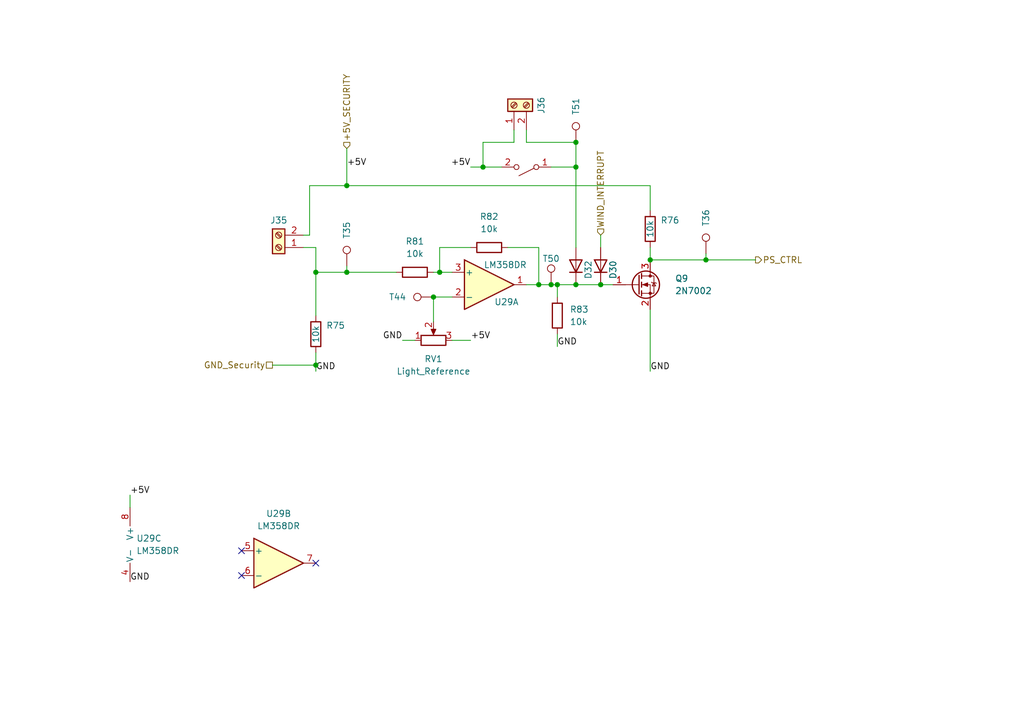
<source format=kicad_sch>
(kicad_sch (version 20231120) (generator "eeschema") (generator_version "8.0")
  (paper "A5")
  (title_block (date "2024-04-17") (rev "1.0"))
  (lib_symbols
    (symbol "Amplifier_Operational:LM358" (pin_names (offset 0.127))
      (property "Reference" "U" (at 0 5.08 0))
      (property "Value" "LM358" (at 0 -5.08 0))
      (symbol "LM358_1_1"
        (polyline (pts (xy -5.08 5.08) (xy 5.08 0) (xy -5.08 -5.08) (xy -5.08 5.08)) (stroke (width 0.254)) (fill (type background)))
        (pin output line (at 7.62 0 180) (length 2.54) (name "~") (number "1"))
        (pin input line (at -7.62 -2.54 0) (length 2.54) (name "-") (number "2"))
        (pin input line (at -7.62 2.54 0) (length 2.54) (name "+") (number "3"))
      )
      (symbol "LM358_2_1"
        (polyline (pts (xy -5.08 5.08) (xy 5.08 0) (xy -5.08 -5.08) (xy -5.08 5.08)) (stroke (width 0.254)) (fill (type background)))
        (pin input line (at -7.62 2.54 0) (length 2.54) (name "+") (number "5"))
        (pin input line (at -7.62 -2.54 0) (length 2.54) (name "-") (number "6"))
        (pin output line (at 7.62 0 180) (length 2.54) (name "~") (number "7"))
      )
      (symbol "LM358_3_1"
        (pin power_in line (at -2.54 -7.62 90) (length 3.81) (name "V-") (number "4"))
        (pin power_in line (at -2.54 7.62 270) (length 3.81) (name "V+") (number "8"))
      )
    )
    (symbol "Connector:Screw_Terminal_01x02" (pin_names (offset 1.016) hide)
      (property "Reference" "J" (at 0 2.54 0))
      (property "Value" "Screw_Terminal_01x02" (at 0 -5.08 0))
      (symbol "Screw_Terminal_01x02_1_1"
        (rectangle (start -1.27 1.27) (end 1.27 -3.81) (stroke (width 0.254)) (fill (type background)))
        (circle (center 0 -2.54) (radius 0.635) (stroke (width 0.1524)))
        (polyline (pts (xy -0.5334 -2.2098) (xy 0.3302 -3.048)) (stroke (width 0.1524)))
        (polyline (pts (xy -0.5334 0.3302) (xy 0.3302 -0.508)) (stroke (width 0.1524)))
        (polyline (pts (xy -0.3556 -2.032) (xy 0.508 -2.8702)) (stroke (width 0.1524)))
        (polyline (pts (xy -0.3556 0.508) (xy 0.508 -0.3302)) (stroke (width 0.1524)))
        (circle (center 0 0) (radius 0.635) (stroke (width 0.1524)))
        (pin passive line (at -5.08 0 0) (length 3.81) (name "Pin_1") (number "1"))
        (pin passive line (at -5.08 -2.54 0) (length 3.81) (name "Pin_2") (number "2"))
      )
    )
    (symbol "Connector:TestPoint" (pin_numbers hide) (pin_names (offset 0.762) hide)
      (property "Reference" "TP" (at 0 6.858 0))
      (property "Value" "TestPoint" (at 0 5.08 0))
      (symbol "TestPoint_0_1"
        (circle (center 0 3.302) (radius 0.762))
      )
      (symbol "TestPoint_1_1"
        (pin passive line (at 0 0 90) (length 2.54) (name "1") (number "1"))
      )
    )
    (symbol "Device:R" (pin_numbers hide) (pin_names (offset 0))
      (property "Reference" "R" (at 2.032 0 90))
      (property "Value" "R" (at 0 0 90))
      (symbol "R_0_1"
        (rectangle (start -1.016 -2.54) (end 1.016 2.54) (stroke (width 0.254)))
      )
      (symbol "R_1_1"
        (pin passive line (at 0 3.81 270) (length 1.27) (name "~") (number "1"))
        (pin passive line (at 0 -3.81 90) (length 1.27) (name "~") (number "2"))
      )
    )
    (symbol "Device:R_Potentiometer" (pin_names (offset 1.016) hide)
      (property "Reference" "RV" (at -4.445 0 90))
      (property "Value" "R_Potentiometer" (at -2.54 0 90))
      (symbol "R_Potentiometer_0_1"
        (polyline (pts (xy 2.54 0) (xy 1.524 0)))
        (polyline (pts (xy 1.143 0) (xy 2.286 0.508) (xy 2.286 -0.508) (xy 1.143 0)) (fill (type outline)))
        (rectangle (start 1.016 2.54) (end -1.016 -2.54) (stroke (width 0.254)))
      )
      (symbol "R_Potentiometer_1_1"
        (pin passive line (at 0 3.81 270) (length 1.27) (name "1") (number "1"))
        (pin passive line (at 3.81 0 180) (length 1.27) (name "2") (number "2"))
        (pin passive line (at 0 -3.81 90) (length 1.27) (name "3") (number "3"))
      )
    )
    (symbol "Diode:1N4148" (pin_numbers hide) (pin_names hide)
      (property "Reference" "D" (at 0 2.54 0))
      (property "Value" "1N4148" (at 0 -2.54 0))
      (symbol "1N4148_0_1"
        (polyline (pts (xy -1.27 1.27) (xy -1.27 -1.27)) (stroke (width 0.254)))
        (polyline (pts (xy 1.27 0) (xy -1.27 0)))
        (polyline (pts (xy 1.27 1.27) (xy 1.27 -1.27) (xy -1.27 0) (xy 1.27 1.27)) (stroke (width 0.254)))
      )
      (symbol "1N4148_1_1"
        (pin passive line (at -3.81 0 0) (length 2.54) (name "K") (number "1"))
        (pin passive line (at 3.81 0 180) (length 2.54) (name "A") (number "2"))
      )
    )
    (symbol "Switch:SW_DPST_x2" (pin_names (offset 0) hide)
      (property "Reference" "SW" (at 0 3.175 0))
      (property "Value" "SW_DPST_x2" (at 0 -2.54 0))
      (symbol "SW_DPST_x2_0_0"
        (circle (center -2.032 0) (radius 0.508))
        (polyline (pts (xy -1.524 0.254) (xy 1.524 1.778)))
        (circle (center 2.032 0) (radius 0.508))
      )
      (symbol "SW_DPST_x2_1_1"
        (pin passive line (at -5.08 0 0) (length 2.54) (name "A") (number "1"))
        (pin passive line (at 5.08 0 180) (length 2.54) (name "B") (number "2"))
      )
      (symbol "SW_DPST_x2_2_1"
        (pin passive line (at -5.08 0 0) (length 2.54) (name "A") (number "3"))
        (pin passive line (at 5.08 0 180) (length 2.54) (name "B") (number "4"))
      )
    )
    (symbol "Transistor_FET:2N7002" (pin_names hide)
      (property "Reference" "Q" (at 5.08 1.905 0))
      (property "Value" "2N7002" (at 5.08 0 0))
      (symbol "2N7002_0_1"
        (polyline (pts (xy 0.254 0) (xy -2.54 0)))
        (polyline (pts (xy 0.254 1.905) (xy 0.254 -1.905)) (stroke (width 0.254)))
        (polyline (pts (xy 0.762 -1.27) (xy 0.762 -2.286)) (stroke (width 0.254)))
        (polyline (pts (xy 0.762 0.508) (xy 0.762 -0.508)) (stroke (width 0.254)))
        (polyline (pts (xy 0.762 2.286) (xy 0.762 1.27)) (stroke (width 0.254)))
        (polyline (pts (xy 2.54 2.54) (xy 2.54 1.778)))
        (polyline (pts (xy 2.54 -2.54) (xy 2.54 0) (xy 0.762 0)))
        (polyline (pts (xy 0.762 -1.778) (xy 3.302 -1.778) (xy 3.302 1.778) (xy 0.762 1.778)))
        (polyline (pts (xy 1.016 0) (xy 2.032 0.381) (xy 2.032 -0.381) (xy 1.016 0)) (fill (type outline)))
        (polyline (pts (xy 2.794 0.508) (xy 2.921 0.381) (xy 3.683 0.381) (xy 3.81 0.254)))
        (polyline (pts (xy 3.302 0.381) (xy 2.921 -0.254) (xy 3.683 -0.254) (xy 3.302 0.381)))
        (circle (center 1.651 0) (radius 2.794) (stroke (width 0.254)))
        (circle (center 2.54 -1.778) (radius 0.254) (fill (type outline)))
        (circle (center 2.54 1.778) (radius 0.254) (fill (type outline)))
      )
      (symbol "2N7002_1_1"
        (pin input line (at -5.08 0 0) (length 2.54) (name "G") (number "1"))
        (pin passive line (at 2.54 -5.08 90) (length 2.54) (name "S") (number "2"))
        (pin passive line (at 2.54 5.08 270) (length 2.54) (name "D") (number "3"))
      )
    )
  )
  (junction (at 64.77 74.93))
  (junction (at 123.19 58.42))
  (junction (at 99.06 34.29))
  (junction (at 118.11 29.21))
  (junction (at 118.11 34.29))
  (junction (at 144.78 53.34))
  (junction (at 90.17 55.88))
  (junction (at 113.03 58.42))
  (junction (at 71.12 38.1))
  (junction (at 118.11 58.42))
  (junction (at 71.12 55.88))
  (junction (at 114.3 58.42))
  (junction (at 133.35 53.34))
  (junction (at 110.49 58.42))
  (junction (at 88.9 60.96))
  (junction (at 64.77 55.88))
  (no_connect (at 49.53 113.03))
  (no_connect (at 64.77 115.57))
  (no_connect (at 49.53 118.11))
  (wire (pts (xy 114.3 60.96) (xy 114.3 58.42)))
  (wire (pts (xy 96.52 50.8) (xy 90.17 50.8)))
  (wire (pts (xy 88.9 55.88) (xy 90.17 55.88)))
  (wire (pts (xy 144.78 52.07) (xy 144.78 53.34)))
  (wire (pts (xy 88.9 60.96) (xy 92.71 60.96)))
  (wire (pts (xy 107.95 29.21) (xy 118.11 29.21)))
  (wire (pts (xy 114.3 58.42) (xy 118.11 58.42)))
  (wire (pts (xy 63.5 38.1) (xy 63.5 48.26)))
  (wire (pts (xy 113.03 58.42) (xy 114.3 58.42)))
  (wire (pts (xy 63.5 48.26) (xy 62.23 48.26)))
  (wire (pts (xy 118.11 34.29) (xy 113.03 34.29)))
  (wire (pts (xy 118.11 34.29) (xy 118.11 50.8)))
  (wire (pts (xy 88.9 66.04) (xy 88.9 60.96)))
  (wire (pts (xy 144.78 53.34) (xy 154.94 53.34)))
  (wire (pts (xy 64.77 55.88) (xy 71.12 55.88)))
  (wire (pts (xy 64.77 72.39) (xy 64.77 74.93)))
  (wire (pts (xy 118.11 29.21) (xy 118.11 34.29)))
  (wire (pts (xy 26.67 101.6) (xy 26.67 104.14)))
  (wire (pts (xy 133.35 38.1) (xy 71.12 38.1)))
  (wire (pts (xy 104.14 50.8) (xy 110.49 50.8)))
  (wire (pts (xy 92.71 69.85) (xy 96.52 69.85)))
  (wire (pts (xy 107.95 58.42) (xy 110.49 58.42)))
  (wire (pts (xy 90.17 50.8) (xy 90.17 55.88)))
  (wire (pts (xy 105.41 29.21) (xy 99.06 29.21)))
  (wire (pts (xy 118.11 58.42) (xy 123.19 58.42)))
  (wire (pts (xy 99.06 29.21) (xy 99.06 34.29)))
  (wire (pts (xy 63.5 38.1) (xy 71.12 38.1)))
  (wire (pts (xy 64.77 74.93) (xy 64.77 76.2)))
  (wire (pts (xy 110.49 58.42) (xy 113.03 58.42)))
  (wire (pts (xy 123.19 48.26) (xy 123.19 50.8)))
  (wire (pts (xy 64.77 50.8) (xy 64.77 55.88)))
  (wire (pts (xy 71.12 55.88) (xy 71.12 54.61)))
  (wire (pts (xy 99.06 34.29) (xy 102.87 34.29)))
  (wire (pts (xy 82.55 69.85) (xy 85.09 69.85)))
  (wire (pts (xy 114.3 68.58) (xy 114.3 71.12)))
  (wire (pts (xy 107.95 26.67) (xy 107.95 29.21)))
  (wire (pts (xy 96.52 34.29) (xy 99.06 34.29)))
  (wire (pts (xy 71.12 38.1) (xy 71.12 30.48)))
  (wire (pts (xy 110.49 50.8) (xy 110.49 58.42)))
  (wire (pts (xy 133.35 53.34) (xy 144.78 53.34)))
  (wire (pts (xy 105.41 26.67) (xy 105.41 29.21)))
  (wire (pts (xy 133.35 50.8) (xy 133.35 53.34)))
  (wire (pts (xy 133.35 43.18) (xy 133.35 38.1)))
  (wire (pts (xy 125.73 58.42) (xy 123.19 58.42)))
  (wire (pts (xy 64.77 55.88) (xy 64.77 64.77)))
  (wire (pts (xy 71.12 55.88) (xy 81.28 55.88)))
  (wire (pts (xy 133.35 63.5) (xy 133.35 76.2)))
  (wire (pts (xy 55.88 74.93) (xy 64.77 74.93)))
  (wire (pts (xy 62.23 50.8) (xy 64.77 50.8)))
  (wire (pts (xy 90.17 55.88) (xy 92.71 55.88)))
  (label "GND" (at 26.67 119.38 0))
  (label "+5V" (at 26.67 101.6 0))
  (label "GND" (at 114.3 71.12 0))
  (label "GND" (at 133.35 76.2 0))
  (label "+5V" (at 96.52 34.29 180))
  (label "+5V" (at 96.52 69.85 0))
  (label "GND" (at 82.55 69.85 180))
  (label "GND" (at 64.77 76.2 0))
  (label "+5V" (at 71.12 34.29 0))
  (hierarchical_label "+5V_SECURITY" (shape input) (at 71.12 30.48 90))
  (hierarchical_label "PS_CTRL" (shape output) (at 154.94 53.34 0))
  (hierarchical_label "GND_Security" (shape passive) (at 55.88 74.93 180))
  (hierarchical_label "WIND_INTERRUPT" (shape input) (at 123.19 48.26 90))
  (symbol (lib_id "Connector:TestPoint") (at 71.12 54.61 0) (unit 1)
    (property "Reference" "T35" (at 71.12 47.244 90))
    (property "Value" "TP" (effects (hide yes)))
    (property "Footprint" "TestPoint:TestPoint_Pad_D1.0mm" (effects (hide yes)))
    (property "Description" "test point" (effects (hide yes)))
  )
  (symbol (lib_id "Device:R") (at 64.77 68.58 180) (unit 1)
    (property "Reference" "R75" (at 68.834 66.802 0))
    (property "Value" "10k" (at 64.77 68.58 90))
    (property "Footprint" "Resistor_SMD:R_0603_1608Metric" (effects (hide yes)))
  )
  (symbol (lib_id "Device:R") (at 100.33 50.8 90) (unit 1)
    (property "Reference" "R82" (at 100.33 44.45 90))
    (property "Value" "10k" (at 100.33 46.99 90))
    (property "Footprint" "Resistor_SMD:R_0603_1608Metric" (effects (hide yes)))
  )
  (symbol (lib_id "Connector:TestPoint") (at 144.78 52.07 0) (unit 1)
    (property "Reference" "T36" (at 144.78 44.704 90))
    (property "Value" "TP" (effects (hide yes)))
    (property "Footprint" "TestPoint:TestPoint_Pad_D1.0mm" (effects (hide yes)))
    (property "Description" "test point" (effects (hide yes)))
  )
  (symbol (lib_id "Switch:SW_DPST_x2") (at 107.95 34.29 180) (unit 1)
    (property "Reference" "SW7" (effects (hide yes)))
    (property "Value" "PB_SMD_12V_50MA_6MM_6MM" (effects (hide yes)))
    (property "Footprint" "Button_Switch_SMD:SW_Push_1P1T_NO_CK_KSC7xxJ" (effects (hide yes)))
    (property "Description" "Single Pole Single Throw (SPST) switch, separate symbol" (effects (hide yes)))
  )
  (symbol (lib_id "Connector:TestPoint") (at 88.9 60.96 90) (unit 1)
    (property "Reference" "T44" (at 81.534 60.96 90))
    (property "Value" "TP" (effects (hide yes)))
    (property "Footprint" "TestPoint:TestPoint_Pad_D1.0mm" (effects (hide yes)))
    (property "Description" "test point" (effects (hide yes)))
  )
  (symbol (lib_id "Connector:Screw_Terminal_01x02") (at 57.15 50.8 180) (unit 1)
    (property "Reference" "J35" (at 55.372 45.212 0) (effects (justify right)))
    (property "Value" "KF128-2.54_2P" (effects (hide yes)))
    (property "Footprint" "TerminalBlock_Phoenix:TerminalBlock_Phoenix_MPT-0,5-2-2.54_1x02_P2.54mm_Horizontal" (effects (hide yes)))
    (property "Description" "Generic screw terminal, single row, 01x02, script generated (kicad-library-utils/schlib/autogen/connector/)" (effects (hide yes)))
  )
  (symbol (lib_id "Device:R") (at 85.09 55.88 90) (unit 1)
    (property "Reference" "R81" (at 85.09 49.53 90))
    (property "Value" "10k" (at 85.09 52.07 90))
    (property "Footprint" "Resistor_SMD:R_0603_1608Metric" (effects (hide yes)))
  )
  (symbol (lib_id "Amplifier_Operational:LM358") (at 57.15 115.57 0) (unit 2)
    (property "Reference" "U29" (at 57.15 105.41 0))
    (property "Value" "LM358DR" (at 57.15 107.95 0))
    (property "Footprint" "Package_SO:TSSOP-8_4.4x3mm_P0.65mm" (effects (hide yes)))
    (property "Datasheet" "http://www.ti.com/lit/ds/symlink/lm2904-n.pdf" (effects (hide yes)))
    (property "Description" "Low-Power, Dual Operational Amplifiers, DIP-8/SOIC-8/TO-99-8" (effects (hide yes)))
  )
  (symbol (lib_id "Connector:TestPoint") (at 118.11 29.21 0) (unit 1)
    (property "Reference" "T51" (at 118.11 21.844 90))
    (property "Value" "TP" (effects (hide yes)))
    (property "Footprint" "TestPoint:TestPoint_Pad_D1.0mm" (effects (hide yes)))
    (property "Description" "test point" (effects (hide yes)))
  )
  (symbol (lib_id "Device:R") (at 114.3 64.77 180) (unit 1)
    (property "Reference" "R83" (at 116.84 63.4999 0) (effects (justify right)))
    (property "Value" "10k" (at 116.84 66.0399 0) (effects (justify right)))
    (property "Footprint" "Resistor_SMD:R_0603_1608Metric" (effects (hide yes)))
  )
  (symbol (lib_id "Diode:1N4148") (at 118.11 54.61 90) (unit 1)
    (property "Reference" "D32" (at 120.65 55.372 0))
    (property "Value" "1N4148" (effects (hide yes)))
    (property "Footprint" "Diode_SMD:D_SOD-323" (effects (hide yes)))
    (property "Datasheet" "https://assets.nexperia.com/documents/data-sheet/1N4148_1N4448.pdf" (effects (hide yes)))
    (property "Description" "100V 0.15A standard switching diode, DO-35" (effects (hide yes)))
    (property "Sim.Device" "D" (effects (hide yes)))
    (property "Sim.Pins" "1=K 2=A" (effects (hide yes)))
  )
  (symbol (lib_id "Amplifier_Operational:LM358") (at 29.21 111.76 0) (unit 3)
    (property "Reference" "U29" (at 27.94 110.4899 0) (effects (justify left)))
    (property "Value" "LM358DR" (at 27.94 113.0299 0) (effects (justify left)))
    (property "Footprint" "Package_SO:TSSOP-8_4.4x3mm_P0.65mm" (effects (hide yes)))
    (property "Datasheet" "http://www.ti.com/lit/ds/symlink/lm2904-n.pdf" (effects (hide yes)))
    (property "Description" "Low-Power, Dual Operational Amplifiers, DIP-8/SOIC-8/TO-99-8" (effects (hide yes)))
  )
  (symbol (lib_id "Connector:TestPoint") (at 113.03 58.42 0) (unit 1)
    (property "Reference" "T50" (at 113.03 53.086 0))
    (property "Value" "TP" (effects (hide yes)))
    (property "Footprint" "TestPoint:TestPoint_Pad_D1.0mm" (effects (hide yes)))
    (property "Description" "test point" (effects (hide yes)))
  )
  (symbol (lib_id "Device:R") (at 133.35 46.99 180) (unit 1)
    (property "Reference" "R76" (at 137.414 45.212 0))
    (property "Value" "10k" (at 133.35 46.99 90))
    (property "Footprint" "Resistor_SMD:R_0603_1608Metric" (effects (hide yes)))
  )
  (symbol (lib_id "Device:R_Potentiometer") (at 88.9 69.85 90) (unit 1)
    (property "Reference" "RV1" (at 88.9 73.66 90))
    (property "Value" "Light_Reference" (at 88.9 76.2 90))
    (property "Footprint" "Potentiometer_SMD:Potentiometer_Bourns_3314S_Horizontal" (effects (hide yes)))
    (property "Description" "Potentiometer" (effects (hide yes)))
  )
  (symbol (lib_id "Diode:1N4148") (at 123.19 54.61 90) (unit 1)
    (property "Reference" "D30" (at 125.73 55.372 0))
    (property "Value" "1N4148" (effects (hide yes)))
    (property "Footprint" "Diode_SMD:D_SOD-323" (effects (hide yes)))
    (property "Datasheet" "https://assets.nexperia.com/documents/data-sheet/1N4148_1N4448.pdf" (effects (hide yes)))
    (property "Description" "100V 0.15A standard switching diode, DO-35" (effects (hide yes)))
    (property "Sim.Device" "D" (effects (hide yes)))
    (property "Sim.Pins" "1=K 2=A" (effects (hide yes)))
  )
  (symbol (lib_id "Amplifier_Operational:LM358") (at 100.33 58.42 0) (unit 1)
    (property "Reference" "U29" (at 103.886 61.976 0))
    (property "Value" "LM358DR" (at 103.632 54.356 0))
    (property "Footprint" "Package_SO:TSSOP-8_4.4x3mm_P0.65mm" (effects (hide yes)))
    (property "Datasheet" "http://www.ti.com/lit/ds/symlink/lm2904-n.pdf" (effects (hide yes)))
    (property "Description" "Low-Power, Dual Operational Amplifiers, DIP-8/SOIC-8/TO-99-8" (effects (hide yes)))
  )
  (symbol (lib_id "Transistor_FET:2N7002") (at 130.81 58.42 0) (unit 1)
    (property "Reference" "Q9" (at 138.43 57.1499 0) (effects (justify left)))
    (property "Value" "2N7002" (at 138.43 59.6899 0) (effects (justify left)))
    (property "Footprint" "Package_TO_SOT_SMD:SOT-23" (effects (hide yes)))
    (property "Datasheet" "https://www.onsemi.com/pub/Collateral/NDS7002A-D.PDF" (effects (hide yes)))
    (property "Description" "0.115A Id, 60V Vds, N-Channel MOSFET, SOT-23" (effects (hide yes)))
  )
  (symbol (lib_id "Connector:Screw_Terminal_01x02") (at 105.41 21.59 90) (unit 1)
    (property "Reference" "J36" (at 110.998 19.812 0) (effects (justify right)))
    (property "Value" "KF128-2.54_2P" (effects (hide yes)))
    (property "Footprint" "TerminalBlock_Phoenix:TerminalBlock_Phoenix_MPT-0,5-2-2.54_1x02_P2.54mm_Horizontal" (effects (hide yes)))
    (property "Description" "Generic screw terminal, single row, 01x02, script generated (kicad-library-utils/schlib/autogen/connector/)" (effects (hide yes)))
  )
)
</source>
